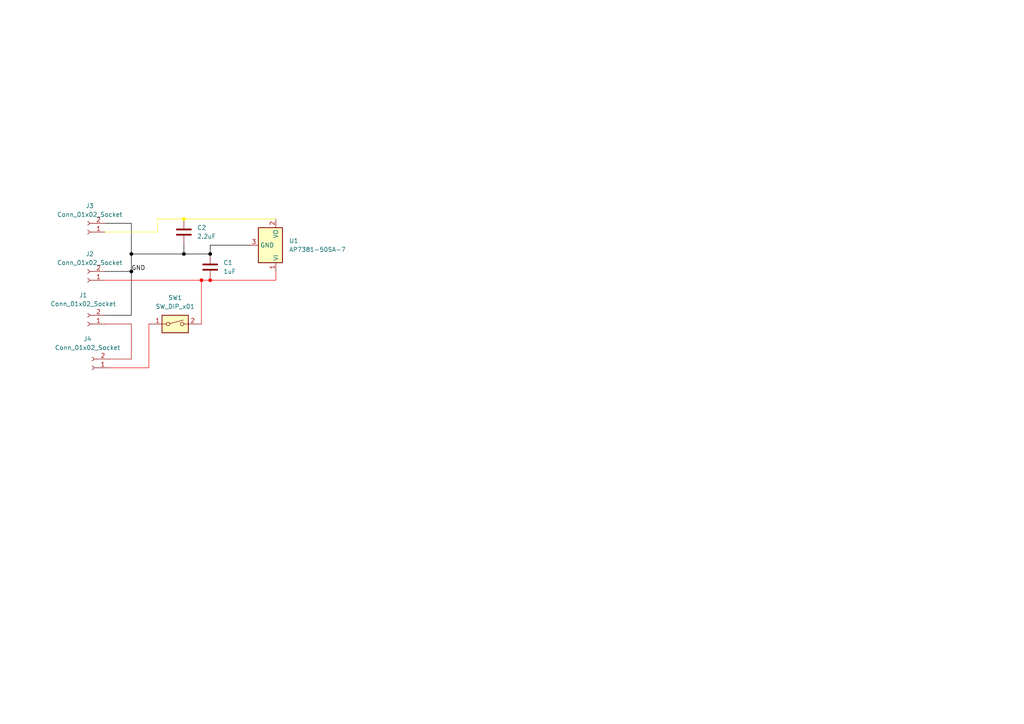
<source format=kicad_sch>
(kicad_sch
	(version 20250114)
	(generator "eeschema")
	(generator_version "9.0")
	(uuid "9d8b7c8a-c634-4445-a8de-0c35782d4545")
	(paper "A4")
	(lib_symbols
		(symbol "Connector:Conn_01x02_Socket"
			(pin_names
				(offset 1.016)
				(hide yes)
			)
			(exclude_from_sim no)
			(in_bom yes)
			(on_board yes)
			(property "Reference" "J"
				(at 0 2.54 0)
				(effects
					(font
						(size 1.27 1.27)
					)
				)
			)
			(property "Value" "Conn_01x02_Socket"
				(at 0 -5.08 0)
				(effects
					(font
						(size 1.27 1.27)
					)
				)
			)
			(property "Footprint" ""
				(at 0 0 0)
				(effects
					(font
						(size 1.27 1.27)
					)
					(hide yes)
				)
			)
			(property "Datasheet" "~"
				(at 0 0 0)
				(effects
					(font
						(size 1.27 1.27)
					)
					(hide yes)
				)
			)
			(property "Description" "Generic connector, single row, 01x02, script generated"
				(at 0 0 0)
				(effects
					(font
						(size 1.27 1.27)
					)
					(hide yes)
				)
			)
			(property "ki_locked" ""
				(at 0 0 0)
				(effects
					(font
						(size 1.27 1.27)
					)
				)
			)
			(property "ki_keywords" "connector"
				(at 0 0 0)
				(effects
					(font
						(size 1.27 1.27)
					)
					(hide yes)
				)
			)
			(property "ki_fp_filters" "Connector*:*_1x??_*"
				(at 0 0 0)
				(effects
					(font
						(size 1.27 1.27)
					)
					(hide yes)
				)
			)
			(symbol "Conn_01x02_Socket_1_1"
				(polyline
					(pts
						(xy -1.27 0) (xy -0.508 0)
					)
					(stroke
						(width 0.1524)
						(type default)
					)
					(fill
						(type none)
					)
				)
				(polyline
					(pts
						(xy -1.27 -2.54) (xy -0.508 -2.54)
					)
					(stroke
						(width 0.1524)
						(type default)
					)
					(fill
						(type none)
					)
				)
				(arc
					(start 0 -0.508)
					(mid -0.5058 0)
					(end 0 0.508)
					(stroke
						(width 0.1524)
						(type default)
					)
					(fill
						(type none)
					)
				)
				(arc
					(start 0 -3.048)
					(mid -0.5058 -2.54)
					(end 0 -2.032)
					(stroke
						(width 0.1524)
						(type default)
					)
					(fill
						(type none)
					)
				)
				(pin passive line
					(at -5.08 0 0)
					(length 3.81)
					(name "Pin_1"
						(effects
							(font
								(size 1.27 1.27)
							)
						)
					)
					(number "1"
						(effects
							(font
								(size 1.27 1.27)
							)
						)
					)
				)
				(pin passive line
					(at -5.08 -2.54 0)
					(length 3.81)
					(name "Pin_2"
						(effects
							(font
								(size 1.27 1.27)
							)
						)
					)
					(number "2"
						(effects
							(font
								(size 1.27 1.27)
							)
						)
					)
				)
			)
			(embedded_fonts no)
		)
		(symbol "Device:C"
			(pin_numbers
				(hide yes)
			)
			(pin_names
				(offset 0.254)
			)
			(exclude_from_sim no)
			(in_bom yes)
			(on_board yes)
			(property "Reference" "C"
				(at 0.635 2.54 0)
				(effects
					(font
						(size 1.27 1.27)
					)
					(justify left)
				)
			)
			(property "Value" "C"
				(at 0.635 -2.54 0)
				(effects
					(font
						(size 1.27 1.27)
					)
					(justify left)
				)
			)
			(property "Footprint" ""
				(at 0.9652 -3.81 0)
				(effects
					(font
						(size 1.27 1.27)
					)
					(hide yes)
				)
			)
			(property "Datasheet" "~"
				(at 0 0 0)
				(effects
					(font
						(size 1.27 1.27)
					)
					(hide yes)
				)
			)
			(property "Description" "Unpolarized capacitor"
				(at 0 0 0)
				(effects
					(font
						(size 1.27 1.27)
					)
					(hide yes)
				)
			)
			(property "ki_keywords" "cap capacitor"
				(at 0 0 0)
				(effects
					(font
						(size 1.27 1.27)
					)
					(hide yes)
				)
			)
			(property "ki_fp_filters" "C_*"
				(at 0 0 0)
				(effects
					(font
						(size 1.27 1.27)
					)
					(hide yes)
				)
			)
			(symbol "C_0_1"
				(polyline
					(pts
						(xy -2.032 0.762) (xy 2.032 0.762)
					)
					(stroke
						(width 0.508)
						(type default)
					)
					(fill
						(type none)
					)
				)
				(polyline
					(pts
						(xy -2.032 -0.762) (xy 2.032 -0.762)
					)
					(stroke
						(width 0.508)
						(type default)
					)
					(fill
						(type none)
					)
				)
			)
			(symbol "C_1_1"
				(pin passive line
					(at 0 3.81 270)
					(length 2.794)
					(name "~"
						(effects
							(font
								(size 1.27 1.27)
							)
						)
					)
					(number "1"
						(effects
							(font
								(size 1.27 1.27)
							)
						)
					)
				)
				(pin passive line
					(at 0 -3.81 90)
					(length 2.794)
					(name "~"
						(effects
							(font
								(size 1.27 1.27)
							)
						)
					)
					(number "2"
						(effects
							(font
								(size 1.27 1.27)
							)
						)
					)
				)
			)
			(embedded_fonts no)
		)
		(symbol "Regulator_Linear:AP7381-50SA-7"
			(exclude_from_sim no)
			(in_bom yes)
			(on_board yes)
			(property "Reference" "U"
				(at -3.81 3.175 0)
				(effects
					(font
						(size 1.27 1.27)
					)
				)
			)
			(property "Value" "AP7381-50SA-7"
				(at 0 3.175 0)
				(effects
					(font
						(size 1.27 1.27)
					)
					(justify left)
				)
			)
			(property "Footprint" "Package_TO_SOT_SMD:SOT-23"
				(at 0 -10.16 0)
				(effects
					(font
						(size 1.27 1.27)
					)
					(hide yes)
				)
			)
			(property "Datasheet" "https://www.diodes.com/assets/Datasheets/AP7381.pdf"
				(at 0 -12.7 0)
				(effects
					(font
						(size 1.27 1.27)
					)
					(hide yes)
				)
			)
			(property "Description" "150mA Low Dropout Voltage Regulator, Fixed Output 5.0V, Wide Input Voltage Range 40V, SOT-23"
				(at 0 -15.24 0)
				(effects
					(font
						(size 1.27 1.27)
					)
					(hide yes)
				)
			)
			(property "ki_keywords" "Diodes ldo"
				(at 0 0 0)
				(effects
					(font
						(size 1.27 1.27)
					)
					(hide yes)
				)
			)
			(property "ki_fp_filters" "SOT?23*"
				(at 0 0 0)
				(effects
					(font
						(size 1.27 1.27)
					)
					(hide yes)
				)
			)
			(symbol "AP7381-50SA-7_0_1"
				(rectangle
					(start -5.08 1.905)
					(end 5.08 -5.08)
					(stroke
						(width 0.254)
						(type default)
					)
					(fill
						(type background)
					)
				)
			)
			(symbol "AP7381-50SA-7_1_1"
				(pin power_in line
					(at -7.62 0 0)
					(length 2.54)
					(name "VI"
						(effects
							(font
								(size 1.27 1.27)
							)
						)
					)
					(number "1"
						(effects
							(font
								(size 1.27 1.27)
							)
						)
					)
				)
				(pin power_in line
					(at 0 -7.62 90)
					(length 2.54)
					(name "GND"
						(effects
							(font
								(size 1.27 1.27)
							)
						)
					)
					(number "3"
						(effects
							(font
								(size 1.27 1.27)
							)
						)
					)
				)
				(pin power_out line
					(at 7.62 0 180)
					(length 2.54)
					(name "VO"
						(effects
							(font
								(size 1.27 1.27)
							)
						)
					)
					(number "2"
						(effects
							(font
								(size 1.27 1.27)
							)
						)
					)
				)
			)
			(embedded_fonts no)
		)
		(symbol "Switch:SW_DIP_x01"
			(pin_names
				(offset 0)
				(hide yes)
			)
			(exclude_from_sim no)
			(in_bom yes)
			(on_board yes)
			(property "Reference" "SW"
				(at 0 3.81 0)
				(effects
					(font
						(size 1.27 1.27)
					)
				)
			)
			(property "Value" "SW_DIP_x01"
				(at 0 -3.81 0)
				(effects
					(font
						(size 1.27 1.27)
					)
				)
			)
			(property "Footprint" ""
				(at 0 0 0)
				(effects
					(font
						(size 1.27 1.27)
					)
					(hide yes)
				)
			)
			(property "Datasheet" "~"
				(at 0 0 0)
				(effects
					(font
						(size 1.27 1.27)
					)
					(hide yes)
				)
			)
			(property "Description" "1x DIP Switch, Single Pole Single Throw (SPST) switch, small symbol"
				(at 0 0 0)
				(effects
					(font
						(size 1.27 1.27)
					)
					(hide yes)
				)
			)
			(property "ki_keywords" "dip switch"
				(at 0 0 0)
				(effects
					(font
						(size 1.27 1.27)
					)
					(hide yes)
				)
			)
			(property "ki_fp_filters" "SW?DIP?x1*"
				(at 0 0 0)
				(effects
					(font
						(size 1.27 1.27)
					)
					(hide yes)
				)
			)
			(symbol "SW_DIP_x01_0_0"
				(circle
					(center -2.032 0)
					(radius 0.508)
					(stroke
						(width 0)
						(type default)
					)
					(fill
						(type none)
					)
				)
				(polyline
					(pts
						(xy -1.524 0.127) (xy 2.3622 1.1684)
					)
					(stroke
						(width 0)
						(type default)
					)
					(fill
						(type none)
					)
				)
				(circle
					(center 2.032 0)
					(radius 0.508)
					(stroke
						(width 0)
						(type default)
					)
					(fill
						(type none)
					)
				)
			)
			(symbol "SW_DIP_x01_0_1"
				(rectangle
					(start -3.81 2.54)
					(end 3.81 -2.54)
					(stroke
						(width 0.254)
						(type default)
					)
					(fill
						(type background)
					)
				)
			)
			(symbol "SW_DIP_x01_1_1"
				(pin passive line
					(at -7.62 0 0)
					(length 5.08)
					(name "~"
						(effects
							(font
								(size 1.27 1.27)
							)
						)
					)
					(number "1"
						(effects
							(font
								(size 1.27 1.27)
							)
						)
					)
				)
				(pin passive line
					(at 7.62 0 180)
					(length 5.08)
					(name "~"
						(effects
							(font
								(size 1.27 1.27)
							)
						)
					)
					(number "2"
						(effects
							(font
								(size 1.27 1.27)
							)
						)
					)
				)
			)
			(embedded_fonts no)
		)
	)
	(junction
		(at 60.96 73.66)
		(diameter 0)
		(color 0 0 0 1)
		(uuid "05d9c4f8-ebb4-4d5d-a2a8-dc5330db31a5")
	)
	(junction
		(at 53.34 73.66)
		(diameter 0)
		(color 10 0 0 1)
		(uuid "246ae5ba-e65e-41ae-a9c4-55f53036f73c")
	)
	(junction
		(at 58.42 81.28)
		(diameter 0)
		(color 255 0 0 1)
		(uuid "2dba0e99-19eb-4033-a937-5f90030003ef")
	)
	(junction
		(at 53.34 63.5)
		(diameter 0)
		(color 255 239 0 1)
		(uuid "404bf424-b09b-4389-a486-5e112be8612e")
	)
	(junction
		(at 38.1 78.74)
		(diameter 0)
		(color 0 0 0 1)
		(uuid "6d7dee8a-cff5-448b-b09f-21bf6e83d80f")
	)
	(junction
		(at 60.96 81.28)
		(diameter 0)
		(color 253 0 0 1)
		(uuid "8559fea0-b208-40ae-a479-dd5f2d04bdd7")
	)
	(junction
		(at 38.1 73.66)
		(diameter 0)
		(color 10 0 0 1)
		(uuid "c521ad7b-aea0-4b02-ae1f-8298c2ffdd44")
	)
	(wire
		(pts
			(xy 31.75 106.68) (xy 43.18 106.68)
		)
		(stroke
			(width 0)
			(type default)
			(color 251 0 0 1)
		)
		(uuid "0aa27b33-593e-4eca-8215-3e99984cbcad")
	)
	(wire
		(pts
			(xy 45.72 63.5) (xy 45.72 67.31)
		)
		(stroke
			(width 0)
			(type default)
			(color 253 252 54 1)
		)
		(uuid "27466aa7-f38b-4f89-abdd-0c81e8ef4588")
	)
	(wire
		(pts
			(xy 38.1 73.66) (xy 38.1 64.77)
		)
		(stroke
			(width 0)
			(type default)
			(color 0 0 0 1)
		)
		(uuid "29310910-0ebc-4bc1-b3ed-20dcd0fe794a")
	)
	(wire
		(pts
			(xy 72.39 71.12) (xy 60.96 71.12)
		)
		(stroke
			(width 0)
			(type default)
			(color 0 0 0 1)
		)
		(uuid "31dc0537-8c20-4ff8-bd3c-ce53c49f403f")
	)
	(wire
		(pts
			(xy 38.1 78.74) (xy 38.1 91.44)
		)
		(stroke
			(width 0)
			(type default)
			(color 0 0 0 1)
		)
		(uuid "34ae76ea-619d-4e20-8c71-a3f5df77730c")
	)
	(wire
		(pts
			(xy 58.42 93.98) (xy 58.42 81.28)
		)
		(stroke
			(width 0)
			(type default)
			(color 255 0 0 1)
		)
		(uuid "37cd56a9-1c7e-4556-88a5-cff37bd611be")
	)
	(wire
		(pts
			(xy 53.34 63.5) (xy 80.01 63.5)
		)
		(stroke
			(width 0)
			(type default)
			(color 255 242 0 1)
		)
		(uuid "39958852-ad84-49c0-b7c0-bd3a57a51bb7")
	)
	(wire
		(pts
			(xy 30.48 93.98) (xy 38.1 93.98)
		)
		(stroke
			(width 0)
			(type default)
			(color 181 2 0 1)
		)
		(uuid "47794826-37ad-4f68-8fb4-26b9e1404ec1")
	)
	(wire
		(pts
			(xy 45.72 63.5) (xy 53.34 63.5)
		)
		(stroke
			(width 0)
			(type default)
			(color 255 242 0 1)
		)
		(uuid "47aeef8a-d634-4f87-85f8-e723e17d6379")
	)
	(wire
		(pts
			(xy 60.96 81.28) (xy 80.01 81.28)
		)
		(stroke
			(width 0)
			(type default)
			(color 253 0 0 1)
		)
		(uuid "4d6f64ef-5274-4954-a5de-7e0f9b42910f")
	)
	(wire
		(pts
			(xy 38.1 73.66) (xy 53.34 73.66)
		)
		(stroke
			(width 0)
			(type default)
			(color 0 0 0 1)
		)
		(uuid "54a98836-9d14-42dd-9a1a-9a1883b5bd5b")
	)
	(wire
		(pts
			(xy 30.48 81.28) (xy 58.42 81.28)
		)
		(stroke
			(width 0)
			(type default)
			(color 255 0 0 1)
		)
		(uuid "5d95c575-6be9-4de9-9b7b-20ec101b27aa")
	)
	(wire
		(pts
			(xy 38.1 93.98) (xy 38.1 104.14)
		)
		(stroke
			(width 0)
			(type default)
			(color 181 2 0 1)
		)
		(uuid "69f6b160-d98d-48c4-8fbc-5678e2ec62a4")
	)
	(wire
		(pts
			(xy 60.96 81.28) (xy 58.42 81.28)
		)
		(stroke
			(width 0)
			(type default)
			(color 253 0 0 1)
		)
		(uuid "73c4b315-4e21-491f-9eb2-7cb075e6593e")
	)
	(wire
		(pts
			(xy 53.34 71.12) (xy 53.34 73.66)
		)
		(stroke
			(width 0)
			(type default)
			(color 0 0 0 1)
		)
		(uuid "79d721b4-b5cb-4cdf-ae30-af71b2b03a1c")
	)
	(wire
		(pts
			(xy 45.72 67.31) (xy 30.48 67.31)
		)
		(stroke
			(width 0)
			(type default)
			(color 253 252 54 1)
		)
		(uuid "7bc969ae-0275-44d1-8636-fe4953554eaf")
	)
	(wire
		(pts
			(xy 38.1 91.44) (xy 30.48 91.44)
		)
		(stroke
			(width 0)
			(type default)
			(color 0 0 0 1)
		)
		(uuid "9a6ba955-ba70-43be-be4d-98a94239c524")
	)
	(wire
		(pts
			(xy 53.34 73.66) (xy 60.96 73.66)
		)
		(stroke
			(width 0)
			(type default)
			(color 0 0 0 1)
		)
		(uuid "ace53cdd-3648-478e-afca-98acab6d7ccb")
	)
	(wire
		(pts
			(xy 38.1 64.77) (xy 30.48 64.77)
		)
		(stroke
			(width 0)
			(type default)
			(color 0 0 0 1)
		)
		(uuid "b706143a-b4e3-420e-a6f4-68d17b3262a6")
	)
	(wire
		(pts
			(xy 43.18 106.68) (xy 43.18 93.98)
		)
		(stroke
			(width 0)
			(type default)
			(color 251 0 0 1)
		)
		(uuid "b8c228c6-d57b-456c-92eb-567a812e9492")
	)
	(wire
		(pts
			(xy 80.01 81.28) (xy 80.01 78.74)
		)
		(stroke
			(width 0)
			(type default)
			(color 253 0 0 1)
		)
		(uuid "be31540a-096a-4b24-880d-b751603598d4")
	)
	(wire
		(pts
			(xy 38.1 78.74) (xy 38.1 73.66)
		)
		(stroke
			(width 0)
			(type default)
			(color 0 0 0 1)
		)
		(uuid "c9f43a05-3add-471d-a001-5700764d88ef")
	)
	(wire
		(pts
			(xy 38.1 104.14) (xy 31.75 104.14)
		)
		(stroke
			(width 0)
			(type default)
			(color 181 2 0 1)
		)
		(uuid "cc4c5669-ec25-4569-9899-e1eb37e0ec8f")
	)
	(wire
		(pts
			(xy 60.96 71.12) (xy 60.96 73.66)
		)
		(stroke
			(width 0)
			(type default)
			(color 0 0 0 1)
		)
		(uuid "e6d5ff97-c56e-44d8-8474-a2c5f6dcf94f")
	)
	(wire
		(pts
			(xy 30.48 78.74) (xy 38.1 78.74)
		)
		(stroke
			(width 0)
			(type default)
			(color 0 0 0 1)
		)
		(uuid "f9b9c7eb-b687-4bf5-8822-e2fed7e5d870")
	)
	(label "GND"
		(at 38.1 78.74 0)
		(effects
			(font
				(size 1.27 1.27)
			)
			(justify left bottom)
		)
		(uuid "666aa438-3dc3-4b95-91f1-04acb4e38891")
	)
	(symbol
		(lib_id "Device:C")
		(at 60.96 77.47 0)
		(unit 1)
		(exclude_from_sim no)
		(in_bom yes)
		(on_board yes)
		(dnp no)
		(fields_autoplaced yes)
		(uuid "045b398f-1247-42c3-884b-5cc49eb4ebea")
		(property "Reference" "C1"
			(at 64.77 76.1999 0)
			(effects
				(font
					(size 1.27 1.27)
				)
				(justify left)
			)
		)
		(property "Value" "1uF"
			(at 64.77 78.7399 0)
			(effects
				(font
					(size 1.27 1.27)
				)
				(justify left)
			)
		)
		(property "Footprint" "Capacitor_SMD:C_0805_2012Metric"
			(at 61.9252 81.28 0)
			(effects
				(font
					(size 1.27 1.27)
				)
				(hide yes)
			)
		)
		(property "Datasheet" "~"
			(at 60.96 77.47 0)
			(effects
				(font
					(size 1.27 1.27)
				)
				(hide yes)
			)
		)
		(property "Description" "Unpolarized capacitor"
			(at 60.96 77.47 0)
			(effects
				(font
					(size 1.27 1.27)
				)
				(hide yes)
			)
		)
		(pin "2"
			(uuid "83bb3217-c364-4275-8c1b-4ad7ae9cf012")
		)
		(pin "1"
			(uuid "b4f92cfb-388e-4108-b669-3f64e01d8a86")
		)
		(instances
			(project ""
				(path "/9d8b7c8a-c634-4445-a8de-0c35782d4545"
					(reference "C1")
					(unit 1)
				)
			)
		)
	)
	(symbol
		(lib_id "Regulator_Linear:AP7381-50SA-7")
		(at 80.01 71.12 270)
		(mirror x)
		(unit 1)
		(exclude_from_sim no)
		(in_bom yes)
		(on_board yes)
		(dnp no)
		(uuid "815ea069-c244-4b5c-ac49-8f300c05fcb9")
		(property "Reference" "U1"
			(at 83.82 69.8499 90)
			(effects
				(font
					(size 1.27 1.27)
				)
				(justify left)
			)
		)
		(property "Value" "AP7381-50SA-7"
			(at 83.82 72.3899 90)
			(effects
				(font
					(size 1.27 1.27)
				)
				(justify left)
			)
		)
		(property "Footprint" "Package_TO_SOT_SMD:SOT-23"
			(at 69.85 71.12 0)
			(effects
				(font
					(size 1.27 1.27)
				)
				(hide yes)
			)
		)
		(property "Datasheet" "https://www.diodes.com/assets/Datasheets/AP7381.pdf"
			(at 67.31 71.12 0)
			(effects
				(font
					(size 1.27 1.27)
				)
				(hide yes)
			)
		)
		(property "Description" "150mA Low Dropout Voltage Regulator, Fixed Output 5.0V, Wide Input Voltage Range 40V, SOT-23"
			(at 64.77 71.12 0)
			(effects
				(font
					(size 1.27 1.27)
				)
				(hide yes)
			)
		)
		(pin "3"
			(uuid "dbb9d517-df66-4159-9c25-0b8dfac400c0")
		)
		(pin "2"
			(uuid "3f738b68-07e7-4a8d-b4fa-e8cdeaf275ea")
		)
		(pin "1"
			(uuid "c62a9adc-ee10-49c5-9d55-0228ce28e76f")
		)
		(instances
			(project ""
				(path "/9d8b7c8a-c634-4445-a8de-0c35782d4545"
					(reference "U1")
					(unit 1)
				)
			)
		)
	)
	(symbol
		(lib_id "Device:C")
		(at 53.34 67.31 180)
		(unit 1)
		(exclude_from_sim no)
		(in_bom yes)
		(on_board yes)
		(dnp no)
		(fields_autoplaced yes)
		(uuid "96370b02-a0ec-4990-b539-1a6206b091c6")
		(property "Reference" "C2"
			(at 57.15 66.0399 0)
			(effects
				(font
					(size 1.27 1.27)
				)
				(justify right)
			)
		)
		(property "Value" "2.2uF"
			(at 57.15 68.5799 0)
			(effects
				(font
					(size 1.27 1.27)
				)
				(justify right)
			)
		)
		(property "Footprint" "Capacitor_SMD:C_0805_2012Metric"
			(at 52.3748 63.5 0)
			(effects
				(font
					(size 1.27 1.27)
				)
				(hide yes)
			)
		)
		(property "Datasheet" "~"
			(at 53.34 67.31 0)
			(effects
				(font
					(size 1.27 1.27)
				)
				(hide yes)
			)
		)
		(property "Description" "Unpolarized capacitor"
			(at 53.34 67.31 0)
			(effects
				(font
					(size 1.27 1.27)
				)
				(hide yes)
			)
		)
		(pin "1"
			(uuid "9a810023-92df-4f4b-812c-52d6a5e33d6f")
		)
		(pin "2"
			(uuid "113c8faa-14d6-4921-b9d7-a6e66d3ac10b")
		)
		(instances
			(project ""
				(path "/9d8b7c8a-c634-4445-a8de-0c35782d4545"
					(reference "C2")
					(unit 1)
				)
			)
		)
	)
	(symbol
		(lib_id "Switch:SW_DIP_x01")
		(at 50.8 93.98 0)
		(unit 1)
		(exclude_from_sim no)
		(in_bom yes)
		(on_board yes)
		(dnp no)
		(fields_autoplaced yes)
		(uuid "9b47ddef-4a4b-45e2-8151-e9f7c4a91ed6")
		(property "Reference" "SW1"
			(at 50.8 86.36 0)
			(effects
				(font
					(size 1.27 1.27)
				)
			)
		)
		(property "Value" "SW_DIP_x01"
			(at 50.8 88.9 0)
			(effects
				(font
					(size 1.27 1.27)
				)
			)
		)
		(property "Footprint" "Custom:Screw Switch"
			(at 50.8 93.98 0)
			(effects
				(font
					(size 1.27 1.27)
				)
				(hide yes)
			)
		)
		(property "Datasheet" "~"
			(at 50.8 93.98 0)
			(effects
				(font
					(size 1.27 1.27)
				)
				(hide yes)
			)
		)
		(property "Description" "1x DIP Switch, Single Pole Single Throw (SPST) switch, small symbol"
			(at 50.8 93.98 0)
			(effects
				(font
					(size 1.27 1.27)
				)
				(hide yes)
			)
		)
		(pin "1"
			(uuid "586dad9f-2227-499a-83b6-f7d519d35395")
		)
		(pin "2"
			(uuid "04f89523-8b2e-443f-a94a-cca3d8d124a3")
		)
		(instances
			(project ""
				(path "/9d8b7c8a-c634-4445-a8de-0c35782d4545"
					(reference "SW1")
					(unit 1)
				)
			)
		)
	)
	(symbol
		(lib_id "Connector:Conn_01x02_Socket")
		(at 25.4 93.98 180)
		(unit 1)
		(exclude_from_sim no)
		(in_bom yes)
		(on_board yes)
		(dnp no)
		(uuid "a5ce8d05-b21b-442f-9a3a-435e27db0f79")
		(property "Reference" "J1"
			(at 24.13 85.598 0)
			(effects
				(font
					(size 1.27 1.27)
				)
			)
		)
		(property "Value" "Conn_01x02_Socket"
			(at 24.13 88.138 0)
			(effects
				(font
					(size 1.27 1.27)
				)
			)
		)
		(property "Footprint" "Connector_AMASS:AMASS_XT30U-M_1x02_P5.0mm_Vertical"
			(at 25.4 93.98 0)
			(effects
				(font
					(size 1.27 1.27)
				)
				(hide yes)
			)
		)
		(property "Datasheet" "~"
			(at 25.4 93.98 0)
			(effects
				(font
					(size 1.27 1.27)
				)
				(hide yes)
			)
		)
		(property "Description" "Generic connector, single row, 01x02, script generated"
			(at 25.4 93.98 0)
			(effects
				(font
					(size 1.27 1.27)
				)
				(hide yes)
			)
		)
		(pin "1"
			(uuid "989b9665-4495-48d4-8daa-1ce0d92cd0ac")
		)
		(pin "2"
			(uuid "672d0efb-7ae3-439b-953e-69e388636eb4")
		)
		(instances
			(project ""
				(path "/9d8b7c8a-c634-4445-a8de-0c35782d4545"
					(reference "J1")
					(unit 1)
				)
			)
		)
	)
	(symbol
		(lib_id "Connector:Conn_01x02_Socket")
		(at 25.4 81.28 180)
		(unit 1)
		(exclude_from_sim no)
		(in_bom yes)
		(on_board yes)
		(dnp no)
		(fields_autoplaced yes)
		(uuid "b2be4351-5f40-4dd4-b3b1-72f2b8ddda96")
		(property "Reference" "J2"
			(at 26.035 73.66 0)
			(effects
				(font
					(size 1.27 1.27)
				)
			)
		)
		(property "Value" "Conn_01x02_Socket"
			(at 26.035 76.2 0)
			(effects
				(font
					(size 1.27 1.27)
				)
			)
		)
		(property "Footprint" "Connector_AMASS:AMASS_XT30U-M_1x02_P5.0mm_Vertical"
			(at 25.4 81.28 0)
			(effects
				(font
					(size 1.27 1.27)
				)
				(hide yes)
			)
		)
		(property "Datasheet" "~"
			(at 25.4 81.28 0)
			(effects
				(font
					(size 1.27 1.27)
				)
				(hide yes)
			)
		)
		(property "Description" "Generic connector, single row, 01x02, script generated"
			(at 25.4 81.28 0)
			(effects
				(font
					(size 1.27 1.27)
				)
				(hide yes)
			)
		)
		(pin "1"
			(uuid "49491999-985c-49cf-8246-bb91c468731b")
		)
		(pin "2"
			(uuid "10c76a6d-2567-4284-9a76-231adc4b5a2d")
		)
		(instances
			(project ""
				(path "/9d8b7c8a-c634-4445-a8de-0c35782d4545"
					(reference "J2")
					(unit 1)
				)
			)
		)
	)
	(symbol
		(lib_id "Connector:Conn_01x02_Socket")
		(at 25.4 67.31 180)
		(unit 1)
		(exclude_from_sim no)
		(in_bom yes)
		(on_board yes)
		(dnp no)
		(fields_autoplaced yes)
		(uuid "c26b71db-92a9-4a46-a2ed-90c49cef773d")
		(property "Reference" "J3"
			(at 26.035 59.69 0)
			(effects
				(font
					(size 1.27 1.27)
				)
			)
		)
		(property "Value" "Conn_01x02_Socket"
			(at 26.035 62.23 0)
			(effects
				(font
					(size 1.27 1.27)
				)
			)
		)
		(property "Footprint" "Custom:SignalWirePads"
			(at 25.4 67.31 0)
			(effects
				(font
					(size 1.27 1.27)
				)
				(hide yes)
			)
		)
		(property "Datasheet" "~"
			(at 25.4 67.31 0)
			(effects
				(font
					(size 1.27 1.27)
				)
				(hide yes)
			)
		)
		(property "Description" "Generic connector, single row, 01x02, script generated"
			(at 25.4 67.31 0)
			(effects
				(font
					(size 1.27 1.27)
				)
				(hide yes)
			)
		)
		(pin "2"
			(uuid "4fbad668-b074-4af9-b9db-d8ed7ef87bc1")
		)
		(pin "1"
			(uuid "3feff9a4-e6fb-468c-aecc-a58484d1b375")
		)
		(instances
			(project ""
				(path "/9d8b7c8a-c634-4445-a8de-0c35782d4545"
					(reference "J3")
					(unit 1)
				)
			)
		)
	)
	(symbol
		(lib_id "Connector:Conn_01x02_Socket")
		(at 26.67 106.68 180)
		(unit 1)
		(exclude_from_sim no)
		(in_bom yes)
		(on_board yes)
		(dnp no)
		(uuid "e1f59d92-51ea-42ed-8341-61ea16111593")
		(property "Reference" "J4"
			(at 25.4 98.298 0)
			(effects
				(font
					(size 1.27 1.27)
				)
			)
		)
		(property "Value" "Conn_01x02_Socket"
			(at 25.4 100.838 0)
			(effects
				(font
					(size 1.27 1.27)
				)
			)
		)
		(property "Footprint" "Connector_AMASS:AMASS_XT30U-M_1x02_P5.0mm_Vertical"
			(at 26.67 106.68 0)
			(effects
				(font
					(size 1.27 1.27)
				)
				(hide yes)
			)
		)
		(property "Datasheet" "~"
			(at 26.67 106.68 0)
			(effects
				(font
					(size 1.27 1.27)
				)
				(hide yes)
			)
		)
		(property "Description" "Generic connector, single row, 01x02, script generated"
			(at 26.67 106.68 0)
			(effects
				(font
					(size 1.27 1.27)
				)
				(hide yes)
			)
		)
		(pin "1"
			(uuid "286101f6-44d0-46c6-b9f2-3379e1e9264b")
		)
		(pin "2"
			(uuid "19dfc96c-c7ca-4b18-9e56-157266722dcc")
		)
		(instances
			(project "BEC + Switch Board"
				(path "/9d8b7c8a-c634-4445-a8de-0c35782d4545"
					(reference "J4")
					(unit 1)
				)
			)
		)
	)
	(sheet_instances
		(path "/"
			(page "1")
		)
	)
	(embedded_fonts no)
)

</source>
